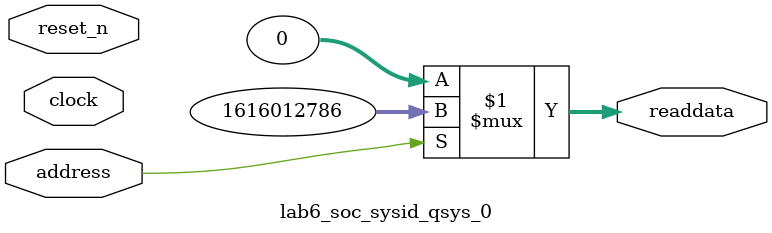
<source format=v>



// synthesis translate_off
`timescale 1ns / 1ps
// synthesis translate_on

// turn off superfluous verilog processor warnings 
// altera message_level Level1 
// altera message_off 10034 10035 10036 10037 10230 10240 10030 

module lab6_soc_sysid_qsys_0 (
               // inputs:
                address,
                clock,
                reset_n,

               // outputs:
                readdata
             )
;

  output  [ 31: 0] readdata;
  input            address;
  input            clock;
  input            reset_n;

  wire    [ 31: 0] readdata;
  //control_slave, which is an e_avalon_slave
  assign readdata = address ? 1616012786 : 0;

endmodule



</source>
